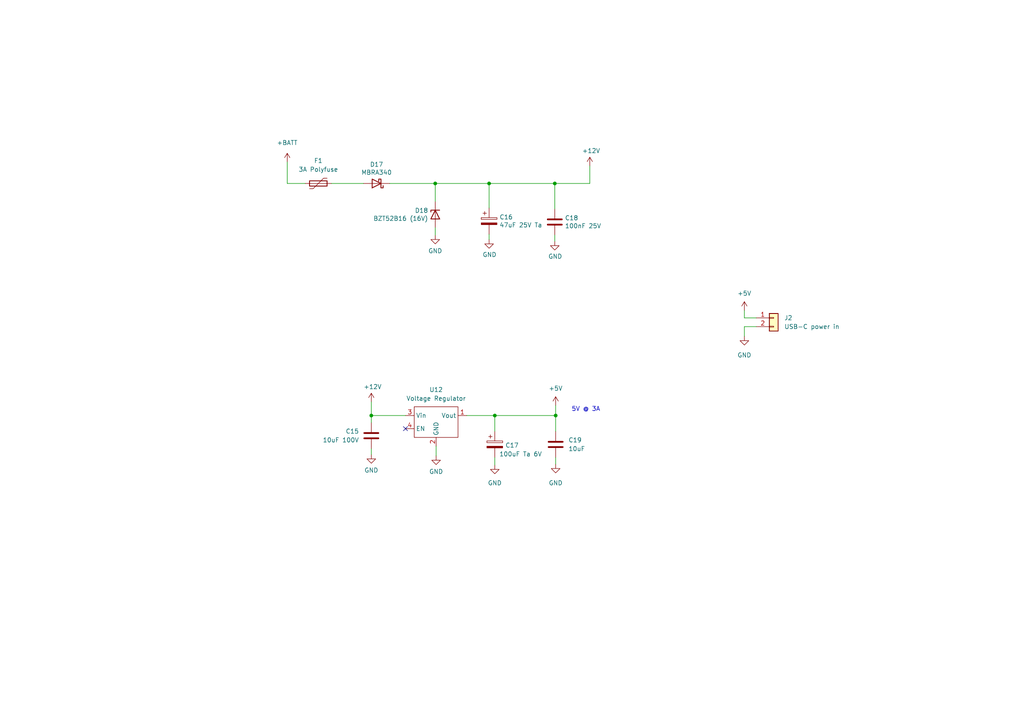
<source format=kicad_sch>
(kicad_sch (version 20211123) (generator eeschema)
  (paper "A4")
  (title_block (title "OBDII-Feather Interface") (date "2023-03-10") (rev "1.0") (company "Gavin Hurlbut"))
  (lib_symbols
    (symbol "Beirdo:Switching_Regulator_Module"
      (property "Reference" "U?" (at 0 5.08 0))
      (property "Value" "Switching_Regulator_Module" (at 0 2.54 0))
      (symbol "Switching_Regulator_Module_0_1"
        (rectangle (start -6.35 0) (end 6.35 -8.89))
      )
      (symbol "Switching_Regulator_Module_1_1"
        (pin power_out line (at 8.89 -2.54 180) (length 2.54) (name "Vout") (number "1"))
        (pin passive line (at 0 -11.43 90) (length 2.54) (name "GND") (number "2"))
        (pin power_in line (at -8.89 -2.54 0) (length 2.54) (name "Vin") (number "3"))
        (pin input line (at -8.89 -6.35 0) (length 2.54) (name "EN") (number "4"))
      )
    )
    (symbol "Connector_Generic:Conn_01x02" (pin_names (offset 1.016) hide)
      (property "Reference" "J" (at 0 2.54 0))
      (property "Value" "Conn_01x02" (at 0 -5.08 0))
      (symbol "Conn_01x02_1_1"
        (rectangle (start -1.27 -2.413) (end 0 -2.667) (stroke (width 0.1524)))
        (rectangle (start -1.27 0.127) (end 0 -0.127) (stroke (width 0.1524)))
        (rectangle (start -1.27 1.27) (end 1.27 -3.81) (stroke (width 0.254)) (fill (type background)))
        (pin passive line (at -5.08 0 0) (length 3.81) (name "Pin_1") (number "1"))
        (pin passive line (at -5.08 -2.54 0) (length 3.81) (name "Pin_2") (number "2"))
      )
    )
    (symbol "Device:C" (pin_numbers hide) (pin_names (offset 0.254))
      (property "Reference" "C" (at 0.635 2.54 0))
      (property "Value" "C" (at 0.635 -2.54 0))
      (symbol "C_0_1"
        (polyline (pts (xy -2.032 -0.762) (xy 2.032 -0.762)) (stroke (width 0.508)))
        (polyline (pts (xy -2.032 0.762) (xy 2.032 0.762)) (stroke (width 0.508)))
      )
      (symbol "C_1_1"
        (pin passive line (at 0 3.81 270) (length 2.794) (name "~") (number "1"))
        (pin passive line (at 0 -3.81 90) (length 2.794) (name "~") (number "2"))
      )
    )
    (symbol "Device:CP" (pin_numbers hide) (pin_names (offset 0.254))
      (property "Reference" "C" (at 0.635 2.54 0))
      (property "Value" "Device_CP" (at 0.635 -2.54 0))
      (symbol "CP_0_1"
        (rectangle (start -2.286 0.508) (end 2.286 1.016))
        (polyline (pts (xy -1.778 2.286) (xy -0.762 2.286)))
        (polyline (pts (xy -1.27 2.794) (xy -1.27 1.778)))
        (rectangle (start 2.286 -0.508) (end -2.286 -1.016) (fill (type outline)))
      )
      (symbol "CP_1_1"
        (pin passive line (at 0 3.81 270) (length 2.794) (name "~") (number "1"))
        (pin passive line (at 0 -3.81 90) (length 2.794) (name "~") (number "2"))
      )
    )
    (symbol "Device:C_Polarized" (pin_numbers hide) (pin_names (offset 0.254))
      (property "Reference" "C" (at 0.635 2.54 0))
      (property "Value" "C_Polarized" (at 0.635 -2.54 0))
      (symbol "C_Polarized_0_1"
        (rectangle (start -2.286 0.508) (end 2.286 1.016))
        (polyline (pts (xy -1.778 2.286) (xy -0.762 2.286)))
        (polyline (pts (xy -1.27 2.794) (xy -1.27 1.778)))
        (rectangle (start 2.286 -0.508) (end -2.286 -1.016) (fill (type outline)))
      )
      (symbol "C_Polarized_1_1"
        (pin passive line (at 0 3.81 270) (length 2.794) (name "~") (number "1"))
        (pin passive line (at 0 -3.81 90) (length 2.794) (name "~") (number "2"))
      )
    )
    (symbol "Device:Polyfuse" (pin_numbers hide) (pin_names (offset 0))
      (property "Reference" "F" (at -2.54 0 90))
      (property "Value" "Polyfuse" (at 2.54 0 90))
      (symbol "Polyfuse_0_1"
        (rectangle (start -0.762 2.54) (end 0.762 -2.54) (stroke (width 0.254)))
        (polyline (pts (xy 0 2.54) (xy 0 -2.54)))
        (polyline (pts (xy -1.524 2.54) (xy -1.524 1.524) (xy 1.524 -1.524) (xy 1.524 -2.54)))
      )
      (symbol "Polyfuse_1_1"
        (pin passive line (at 0 3.81 270) (length 1.27) (name "~") (number "1"))
        (pin passive line (at 0 -3.81 90) (length 1.27) (name "~") (number "2"))
      )
    )
    (symbol "Diode:BZT52Bxx" (pin_numbers hide) (pin_names (offset 1.016) hide)
      (property "Reference" "D" (at 0 2.54 0))
      (property "Value" "BZT52Bxx" (at 0 -2.54 0))
      (symbol "BZT52Bxx_0_1"
        (polyline (pts (xy 1.27 0) (xy -1.27 0)))
        (polyline (pts (xy -1.27 -1.27) (xy -1.27 1.27) (xy -0.762 1.27)) (stroke (width 0.254)))
        (polyline (pts (xy 1.27 -1.27) (xy 1.27 1.27) (xy -1.27 0) (xy 1.27 -1.27)) (stroke (width 0.254)))
      )
      (symbol "BZT52Bxx_1_1"
        (pin passive line (at -3.81 0 0) (length 2.54) (name "K") (number "1"))
        (pin passive line (at 3.81 0 180) (length 2.54) (name "A") (number "2"))
      )
    )
    (symbol "Diode:MBRA340" (pin_numbers hide) (pin_names hide)
      (property "Reference" "D" (at 0 2.54 0))
      (property "Value" "MBRA340" (at 0 -2.54 0))
      (symbol "MBRA340_0_1"
        (polyline (pts (xy 1.27 0) (xy -1.27 0)))
        (polyline (pts (xy 1.27 1.27) (xy 1.27 -1.27) (xy -1.27 0) (xy 1.27 1.27)) (stroke (width 0.254)))
        (polyline (pts (xy -1.905 0.635) (xy -1.905 1.27) (xy -1.27 1.27) (xy -1.27 -1.27) (xy -0.635 -1.27) (xy -0.635 -0.635)) (stroke (width 0.254)))
      )
      (symbol "MBRA340_1_1"
        (pin passive line (at -3.81 0 0) (length 2.54) (name "K") (number "1"))
        (pin passive line (at 3.81 0 180) (length 2.54) (name "A") (number "2"))
      )
    )
    (symbol "power:+12V" (power) (pin_names (offset 0))
      (property "Value" "+12V" (at 0 3.556 0))
      (symbol "+12V_0_1"
        (polyline (pts (xy -0.762 1.27) (xy 0 2.54)))
        (polyline (pts (xy 0 0) (xy 0 2.54)))
        (polyline (pts (xy 0 2.54) (xy 0.762 1.27)))
      )
      (symbol "+12V_1_1"
        (pin power_in line (at 0 0 90) (length 0) hide (name "+12V") (number "1"))
      )
    )
    (symbol "power:+5V" (power) (pin_names (offset 0))
      (property "Value" "+5V" (at 0 3.556 0))
      (symbol "+5V_0_1"
        (polyline (pts (xy -0.762 1.27) (xy 0 2.54)))
        (polyline (pts (xy 0 0) (xy 0 2.54)))
        (polyline (pts (xy 0 2.54) (xy 0.762 1.27)))
      )
      (symbol "+5V_1_1"
        (pin power_in line (at 0 0 90) (length 0) hide (name "+5V") (number "1"))
      )
    )
    (symbol "power:+BATT" (power) (pin_names (offset 0))
      (property "Value" "+BATT" (at 0 3.556 0))
      (symbol "+BATT_0_1"
        (polyline (pts (xy -0.762 1.27) (xy 0 2.54)))
        (polyline (pts (xy 0 0) (xy 0 2.54)))
        (polyline (pts (xy 0 2.54) (xy 0.762 1.27)))
      )
      (symbol "+BATT_1_1"
        (pin power_in line (at 0 0 90) (length 0) hide (name "+BATT") (number "1"))
      )
    )
    (symbol "power:GND" (power) (pin_names (offset 0))
      (property "Value" "GND" (at 0 -3.81 0))
      (symbol "GND_0_1"
        (polyline (pts (xy 0 0) (xy 0 -1.27) (xy 1.27 -1.27) (xy 0 -2.54) (xy -1.27 -1.27) (xy 0 -1.27)))
      )
      (symbol "GND_1_1"
        (pin power_in line (at 0 0 270) (length 0) hide (name "GND") (number "1"))
      )
    )
  )
  (junction (at 126.238 53.213))
  (junction (at 107.696 120.523))
  (junction (at 141.859 53.213))
  (junction (at 143.51 120.523))
  (junction (at 161.163 120.523))
  (junction (at 160.909 53.213))
  (no_connect (at 117.602 124.333))
  (wire (pts (xy 171.069 48.133) (xy 171.069 53.213)))
  (wire (pts (xy 126.492 129.413) (xy 126.492 132.207)))
  (wire (pts (xy 215.9 92.202) (xy 215.9 90.043)))
  (wire (pts (xy 126.238 53.213) (xy 141.859 53.213)))
  (wire (pts (xy 107.696 120.523) (xy 117.602 120.523)))
  (wire (pts (xy 126.238 53.213) (xy 126.238 58.42)))
  (wire (pts (xy 141.859 53.213) (xy 141.859 60.325)))
  (wire (pts (xy 107.696 122.555) (xy 107.696 120.523)))
  (wire (pts (xy 88.519 53.213) (xy 83.312 53.213)))
  (wire (pts (xy 143.51 132.715) (xy 143.51 134.874)))
  (wire (pts (xy 160.909 68.199) (xy 160.909 69.977)))
  (wire (pts (xy 161.163 117.602) (xy 161.163 120.523)))
  (wire (pts (xy 143.51 120.523) (xy 143.51 125.095)))
  (wire (pts (xy 160.909 53.213) (xy 171.069 53.213)))
  (wire (pts (xy 107.696 130.175) (xy 107.696 131.826)))
  (wire (pts (xy 113.03 53.213) (xy 126.238 53.213)))
  (wire (pts (xy 141.859 67.945) (xy 141.859 69.469)))
  (wire (pts (xy 219.329 92.202) (xy 215.9 92.202)))
  (wire (pts (xy 83.312 53.213) (xy 83.312 46.99)))
  (wire (pts (xy 161.163 120.523) (xy 161.163 125.095)))
  (wire (pts (xy 215.9 97.536) (xy 215.9 94.742)))
  (wire (pts (xy 215.9 94.742) (xy 219.329 94.742)))
  (wire (pts (xy 161.163 132.715) (xy 161.163 134.62)))
  (wire (pts (xy 96.139 53.213) (xy 105.41 53.213)))
  (wire (pts (xy 107.696 116.586) (xy 107.696 120.523)))
  (wire (pts (xy 126.238 66.04) (xy 126.238 68.199)))
  (wire (pts (xy 160.909 53.213) (xy 160.909 60.579)))
  (wire (pts (xy 143.51 120.523) (xy 161.163 120.523)))
  (wire (pts (xy 135.382 120.523) (xy 143.51 120.523)))
  (wire (pts (xy 141.859 53.213) (xy 160.909 53.213)))
  (text "5V @ 3A" (at 174.117 119.507 180) (effects (font (size 1.27 1.27)) (justify right bottom)))
  (symbol (lib_id "Beirdo:Switching_Regulator_Module") (at 126.492 117.983 0) (unit 1)
    (property "Reference" "U12" (at 126.492 113.03 0))
    (property "Value" "Voltage Regulator" (at 126.492 115.57 0))
    (property "Footprint" "Beirdo:Switching_Regulator_Module" (effects hide))
    (property "ASIN" "B08R6337QY" (effects hide))
  )
  (symbol (lib_id "power:GND") (at 215.9 97.536 0) (unit 1)
    (property "Reference" "#PWR078" (effects hide))
    (property "Value" "GND" (at 215.9 102.997 0))
  )
  (symbol (lib_id "power:+5V") (at 215.9 90.043 0) (unit 1)
    (property "Reference" "#PWR077" (effects hide))
    (property "Value" "+5V" (at 215.9 85.09 0))
  )
  (symbol (lib_id "Device:C") (at 161.163 128.905 0) (unit 1)
    (property "Reference" "C19" (at 164.846 127.6349 0) (effects (justify left)))
    (property "Value" "10uF" (at 164.846 130.1749 0) (effects (justify left)))
    (property "Footprint" "Capacitor_SMD:C_0805_2012Metric_Pad1.18x1.45mm_HandSolder" (effects hide))
  )
  (symbol (lib_id "power:+12V") (at 107.696 116.586 0) (unit 1)
    (property "Reference" "#PWR067" (effects hide))
    (property "Value" "+12V" (at 108.077 112.1918 0))
  )
  (symbol (lib_id "power:GND") (at 126.492 132.207 0) (unit 1)
    (property "Reference" "#PWR070" (effects hide))
    (property "Value" "GND" (at 126.492 136.779 0))
  )
  (symbol (lib_id "power:GND") (at 141.859 69.469 0) (unit 1)
    (property "Reference" "#PWR071" (effects hide))
    (property "Value" "GND" (at 141.986 73.8632 0))
  )
  (symbol (lib_id "Device:C") (at 107.696 126.365 0) (mirror y) (unit 1)
    (property "Reference" "C15" (at 104.14 125.0949 0) (effects (justify left)))
    (property "Value" "10uF 100V" (at 104.14 127.6349 0) (effects (justify left)))
    (property "Footprint" "Capacitor_SMD:C_1210_3225Metric_Pad1.33x2.70mm_HandSolder" (effects hide))
  )
  (symbol (lib_id "power:GND") (at 126.238 68.199 0) (mirror y) (unit 1)
    (property "Reference" "#PWR069" (effects hide))
    (property "Value" "GND" (at 126.238 72.771 0))
  )
  (symbol (lib_id "Device:CP") (at 141.859 64.135 0) (unit 1)
    (property "Reference" "C16" (at 144.8562 62.9666 0) (effects (justify left)))
    (property "Value" "47uF 25V Ta" (at 144.8562 65.278 0) (effects (justify left)))
    (property "Footprint" "Capacitor_Tantalum_SMD:CP_EIA-7343-31_Kemet-D_Pad2.25x2.55mm_HandSolder" (effects hide))
  )
  (symbol (lib_id "Connector_Generic:Conn_01x02") (at 224.409 92.202 0) (unit 1)
    (property "Reference" "J2" (at 227.457 92.2019 0) (effects (justify left)))
    (property "Value" "USB-C power in" (at 227.457 94.7419 0) (effects (justify left)))
    (property "Footprint" "Connector_PinHeader_2.54mm:PinHeader_1x02_P2.54mm_Vertical" (effects hide))
  )
  (symbol (lib_id "power:GND") (at 107.696 131.826 0) (unit 1)
    (property "Reference" "#PWR068" (effects hide))
    (property "Value" "GND" (at 107.696 136.398 0))
  )
  (symbol (lib_id "Diode:BZT52Bxx") (at 126.238 62.23 90) (mirror x) (unit 1)
    (property "Reference" "D18" (at 124.206 61.0616 90) (effects (justify left)))
    (property "Value" "BZT52B16 (16V)" (at 124.206 63.373 90) (effects (justify left)))
    (property "Footprint" "Diode_SMD:D_SOD-123" (effects hide))
    (property "Datasheet" "https://diotec.com/tl_files/diotec/files/pdf/datasheets/bzt52b2v4.pdf" (effects hide))
  )
  (symbol (lib_id "power:GND") (at 161.163 134.62 0) (unit 1)
    (property "Reference" "#PWR075" (effects hide))
    (property "Value" "GND" (at 161.163 140.081 0))
  )
  (symbol (lib_id "Device:C") (at 160.909 64.389 0) (unit 1)
    (property "Reference" "C18" (at 163.83 63.2206 0) (effects (justify left)))
    (property "Value" "100nF 25V" (at 163.83 65.532 0) (effects (justify left)))
    (property "Footprint" "Capacitor_SMD:C_0805_2012Metric_Pad1.18x1.45mm_HandSolder" (effects hide))
  )
  (symbol (lib_id "power:+5V") (at 161.163 117.602 0) (unit 1)
    (property "Reference" "#PWR074" (effects hide))
    (property "Value" "+5V" (at 161.163 112.649 0))
  )
  (symbol (lib_id "Diode:MBRA340") (at 109.22 53.213 180) (unit 1)
    (property "Reference" "D17" (at 109.22 47.7012 0))
    (property "Value" "MBRA340" (at 109.22 50.0126 0))
    (property "Footprint" "Diode_SMD:D_SMA" (effects hide))
    (property "Datasheet" "https://www.onsemi.com/pub/Collateral/MBRA340T3-D.PDF" (effects hide))
  )
  (symbol (lib_id "power:+12V") (at 171.069 48.133 0) (unit 1)
    (property "Reference" "#PWR076" (effects hide))
    (property "Value" "+12V" (at 171.45 43.7388 0))
  )
  (symbol (lib_id "power:+BATT") (at 83.312 46.99 0) (unit 1)
    (property "Reference" "#PWR066" (effects hide))
    (property "Value" "+BATT" (at 83.312 41.402 0))
  )
  (symbol (lib_id "power:GND") (at 160.909 69.977 0) (unit 1)
    (property "Reference" "#PWR073" (effects hide))
    (property "Value" "GND" (at 161.036 74.3712 0))
  )
  (symbol (lib_id "Device:C_Polarized") (at 143.51 128.905 0) (unit 1)
    (property "Reference" "C17" (at 146.558 129.159 0) (effects (justify left)))
    (property "Value" "100uF Ta 6V" (at 144.78 131.699 0) (effects (justify left)))
    (property "Footprint" "Capacitor_Tantalum_SMD:CP_EIA-3216-10_Kemet-I_Pad1.58x1.35mm_HandSolder" (effects hide))
  )
  (symbol (lib_id "power:GND") (at 143.51 134.874 0) (unit 1)
    (property "Reference" "#PWR072" (effects hide))
    (property "Value" "GND" (at 143.51 140.081 0))
  )
  (symbol (lib_id "Device:Polyfuse") (at 92.329 53.213 90) (unit 1)
    (property "Reference" "F1" (at 92.329 46.609 90))
    (property "Value" "3A Polyfuse" (at 92.329 49.149 90))
    (property "Footprint" "Resistor_SMD:R_1812_4532Metric_Pad1.30x3.40mm_HandSolder" (effects hide))
    (property "Digikey" "F2772CT-ND" (effects hide))
  )
)
</source>
